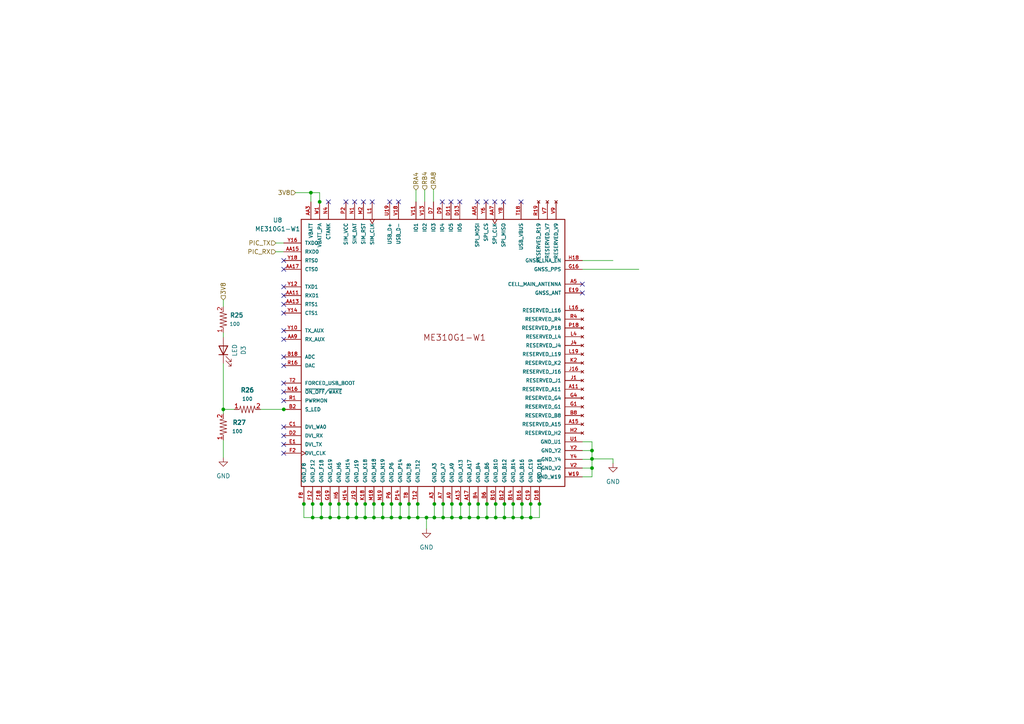
<source format=kicad_sch>
(kicad_sch (version 20230121) (generator eeschema)
  (paper "A4")
  (lib_symbols
    (symbol "Device:LED" (pin_numbers hide) (pin_names (offset 1.016) hide)
      (property "Reference" "D" (at 0 2.54 0))
      (property "Value" "LED" (at 0 -2.54 0))
      (symbol "LED_0_1"
        (polyline (pts (xy -1.27 -1.27) (xy -1.27 1.27)) (stroke (width 0.254)))
        (polyline (pts (xy -1.27 0) (xy 1.27 0)))
        (polyline (pts (xy 1.27 -1.27) (xy 1.27 1.27) (xy -1.27 0) (xy 1.27 -1.27)) (stroke (width 0.254)))
        (polyline (pts (xy -3.048 -0.762) (xy -4.572 -2.286) (xy -3.81 -2.286) (xy -4.572 -2.286) (xy -4.572 -1.524)))
        (polyline (pts (xy -1.778 -0.762) (xy -3.302 -2.286) (xy -2.54 -2.286) (xy -3.302 -2.286) (xy -3.302 -1.524)))
      )
      (symbol "LED_1_1"
        (pin passive line (at -3.81 0 0) (length 2.54) (name "K") (number "1"))
        (pin passive line (at 3.81 0 180) (length 2.54) (name "A") (number "2"))
      )
    )
    (symbol "ME310G1-W1:ME310G1-W1" (pin_names (offset 1.016))
      (property "Reference" "U8" (at -60.198 37.107 0))
      (property "Value" "ME310G1-W1" (at -60.198 34.567 0))
      (symbol "ME310G1-W1_0_0"
        (text "ME310G1-W1" (at -18.034 2.032 0) (effects (font (size 1.778 1.778)) (justify left bottom)))
        (pin no_connect line (at 28.194 -11.938 180) (length 5.08) (name "RESERVED_A11") (number "A11"))
        (pin power_in line (at -7.112 -45.212 90) (length 5.08) (name "GND_A13") (number "A13"))
        (pin no_connect line (at 28.194 -22.098 180) (length 5.08) (name "RESERVED_A15") (number "A15"))
        (pin power_in line (at -4.572 -45.212 90) (length 5.08) (name "GND_A17") (number "A17"))
        (pin power_in line (at -14.732 -45.212 90) (length 5.08) (name "GND_A3") (number "A3"))
        (pin bidirectional line (at 28.194 18.542 180) (length 5.08) (name "CELL_MAIN_ANTENNA") (number "A5"))
        (pin power_in line (at -12.192 -45.212 90) (length 5.08) (name "GND_A7") (number "A7"))
        (pin power_in line (at -9.652 -45.212 90) (length 5.08) (name "GND_A9") (number "A9"))
        (pin output line (at -58.42 15.24 0) (length 5.08) (name "RXD1") (number "AA11"))
        (pin input line (at -58.42 12.7 0) (length 5.08) (name "RTS1") (number "AA13"))
        (pin output line (at -58.42 27.94 0) (length 5.08) (name "RXD0") (number "AA15"))
        (pin output line (at -58.42 22.86 0) (length 5.08) (name "CTS0") (number "AA17"))
        (pin power_in line (at -50.546 42.418 270) (length 5.08) (name "VBATT") (number "AA3"))
        (pin bidirectional line (at -2.286 42.418 270) (length 5.08) (name "SPI_MOSI") (number "AA5"))
        (pin bidirectional clock (at 2.794 42.418 270) (length 5.08) (name "SPI_CLK") (number "AA7"))
        (pin input line (at -58.42 2.54 0) (length 5.08) (name "RX_AUX") (number "AA9"))
        (pin power_in line (at 3.048 -45.212 90) (length 5.08) (name "GND_B10") (number "B10"))
        (pin power_in line (at 5.588 -45.212 90) (length 5.08) (name "GND_B12") (number "B12"))
        (pin power_in line (at 8.128 -45.212 90) (length 5.08) (name "GND_B14") (number "B14"))
        (pin power_in line (at 10.668 -45.212 90) (length 5.08) (name "GND_B16") (number "B16"))
        (pin input line (at -58.42 -2.54 0) (length 5.08) (name "ADC") (number "B18"))
        (pin output line (at -58.42 -17.78 0) (length 5.08) (name "S_LED") (number "B2"))
        (pin power_in line (at -2.032 -45.212 90) (length 5.08) (name "GND_B4") (number "B4"))
        (pin power_in line (at 0.508 -45.212 90) (length 5.08) (name "GND_B6") (number "B6"))
        (pin no_connect line (at 28.194 -19.558 180) (length 5.08) (name "RESERVED_B8") (number "B8"))
        (pin bidirectional line (at -58.42 -22.86 0) (length 5.08) (name "DVI_WA0") (number "C1"))
        (pin power_in line (at 13.208 -45.212 90) (length 5.08) (name "GND_C19") (number "C19"))
        (pin bidirectional line (at -9.906 42.418 270) (length 5.08) (name "IO5") (number "D11"))
        (pin bidirectional line (at -7.366 42.418 270) (length 5.08) (name "IO6") (number "D13"))
        (pin power_in line (at 15.748 -45.212 90) (length 5.08) (name "GND_D18") (number "D18"))
        (pin output line (at -58.42 -25.4 0) (length 5.08) (name "DVI_RX") (number "D2"))
        (pin bidirectional line (at -14.986 42.418 270) (length 5.08) (name "IO3") (number "D7"))
        (pin bidirectional line (at -12.446 42.418 270) (length 5.08) (name "IO4") (number "D9"))
        (pin input line (at -58.42 -27.94 0) (length 5.08) (name "DVI_TX") (number "E1"))
        (pin input line (at 28.194 16.002 180) (length 5.08) (name "GNSS_ANT") (number "E19"))
        (pin power_in line (at -50.038 -45.212 90) (length 5.08) (name "GND_F12") (number "F12"))
        (pin power_in line (at -47.498 -45.212 90) (length 5.08) (name "GND_F18") (number "F18"))
        (pin bidirectional clock (at -58.42 -30.48 0) (length 5.08) (name "DVI_CLK") (number "F2"))
        (pin power_in line (at -52.578 -45.212 90) (length 5.08) (name "GND_F8") (number "F8"))
        (pin no_connect line (at 28.194 -17.018 180) (length 5.08) (name "RESERVED_G1") (number "G1"))
        (pin output line (at 28.194 22.86 180) (length 5.08) (name "GNSS_PPS") (number "G16"))
        (pin power_in line (at -44.958 -45.212 90) (length 5.08) (name "GND_G19") (number "G19"))
        (pin no_connect line (at 28.194 -14.478 180) (length 5.08) (name "RESERVED_G4") (number "G4"))
        (pin power_in line (at -39.878 -45.212 90) (length 5.08) (name "GND_H14") (number "H14"))
        (pin output line (at 28.194 25.4 180) (length 5.08) (name "GNSS_LNA_EN") (number "H18"))
        (pin no_connect line (at 28.194 -24.638 180) (length 5.08) (name "RESERVED_H2") (number "H2"))
        (pin power_in line (at -42.418 -45.212 90) (length 5.08) (name "GND_H6") (number "H6"))
        (pin no_connect line (at 28.194 -9.398 180) (length 5.08) (name "RESERVED_J1") (number "J1"))
        (pin no_connect line (at 28.194 -6.858 180) (length 5.08) (name "RESERVED_J16") (number "J16"))
        (pin power_in line (at -37.338 -45.212 90) (length 5.08) (name "GND_J19") (number "J19"))
        (pin no_connect line (at 28.194 0.762 180) (length 5.08) (name "RESERVED_J4") (number "J4"))
        (pin power_in line (at -34.798 -45.212 90) (length 5.08) (name "GND_K18") (number "K18"))
        (pin no_connect line (at 28.194 -4.318 180) (length 5.08) (name "RESERVED_K2") (number "K2"))
        (pin output clock (at -32.766 42.418 270) (length 5.08) (name "SIM_CLK") (number "L1"))
        (pin no_connect line (at 28.194 10.922 180) (length 5.08) (name "RESERVED_L16") (number "L16"))
        (pin no_connect line (at 28.194 -1.778 180) (length 5.08) (name "RESERVED_L19") (number "L19"))
        (pin no_connect line (at 28.194 3.302 180) (length 5.08) (name "RESERVED_L4") (number "L4"))
        (pin power_in line (at -32.258 -45.212 90) (length 5.08) (name "GND_M18") (number "M18"))
        (pin output line (at -35.306 42.418 270) (length 5.08) (name "SIM_RST") (number "M2"))
        (pin bidirectional line (at -37.846 42.418 270) (length 5.08) (name "SIM_DAT") (number "N1"))
        (pin input line (at -58.42 -12.7 0) (length 5.08) (name "~{ON_OFF}/~{WAKE}") (number "N16"))
        (pin power_in line (at -29.718 -45.212 90) (length 5.08) (name "GND_N19") (number "N19"))
        (pin passive line (at -45.466 42.418 270) (length 5.08) (name "CTANK") (number "N4"))
        (pin power_in line (at -24.638 -45.212 90) (length 5.08) (name "GND_P14") (number "P14"))
        (pin no_connect line (at 28.194 5.842 180) (length 5.08) (name "RESERVED_P18") (number "P18"))
        (pin power_in line (at -40.386 42.418 270) (length 5.08) (name "SIM_VCC") (number "P2"))
        (pin power_in line (at -27.178 -45.212 90) (length 5.08) (name "GND_P6") (number "P6"))
        (pin output line (at -58.42 -15.24 0) (length 5.08) (name "PWRMON") (number "R1"))
        (pin output line (at -58.42 -5.08 0) (length 5.08) (name "DAC") (number "R16"))
        (pin no_connect line (at 15.494 42.418 270) (length 5.08) (name "RESERVED_R19") (number "R19"))
        (pin no_connect line (at 28.194 8.382 180) (length 5.08) (name "RESERVED_R4") (number "R4"))
        (pin power_in line (at -19.558 -45.212 90) (length 5.08) (name "GND_T12") (number "T12"))
        (pin input line (at 10.414 42.418 270) (length 5.08) (name "USB_VBUS") (number "T18"))
        (pin input line (at -58.42 -10.16 0) (length 5.08) (name "FORCED_USB_BOOT") (number "T2"))
        (pin power_in line (at -22.098 -45.212 90) (length 5.08) (name "GND_T8") (number "T8"))
        (pin power_in line (at 28.194 -27.178 180) (length 5.08) (name "GND_U1") (number "U1"))
        (pin bidirectional line (at -27.686 42.418 270) (length 5.08) (name "USB_D+") (number "U19"))
        (pin bidirectional line (at -20.066 42.418 270) (length 5.08) (name "IO1") (number "V11"))
        (pin bidirectional line (at -17.526 42.418 270) (length 5.08) (name "IO2") (number "V13"))
        (pin bidirectional line (at -25.146 42.418 270) (length 5.08) (name "USB_D-") (number "V18"))
        (pin power_in line (at 28.194 -34.798 180) (length 5.08) (name "GND_V2") (number "V2"))
        (pin no_connect line (at 18.034 42.418 270) (length 5.08) (name "RESERVED_V7") (number "V7"))
        (pin no_connect line (at 20.574 42.418 270) (length 5.08) (name "RESERVED_V9") (number "V9"))
        (pin power_in line (at -48.006 42.418 270) (length 5.08) (name "VBATT_PA") (number "W1"))
        (pin power_in line (at 28.194 -37.338 180) (length 5.08) (name "GND_W19") (number "W19"))
        (pin output line (at -58.42 5.08 0) (length 5.08) (name "TX_AUX") (number "Y10"))
        (pin input line (at -58.42 17.78 0) (length 5.08) (name "TXD1") (number "Y12"))
        (pin output line (at -58.42 10.16 0) (length 5.08) (name "CTS1") (number "Y14"))
        (pin input line (at -58.42 30.48 0) (length 5.08) (name "TXD0") (number "Y16"))
        (pin input line (at -58.42 25.4 0) (length 5.08) (name "RTS0") (number "Y18"))
        (pin power_in line (at 28.194 -29.718 180) (length 5.08) (name "GND_Y2") (number "Y2"))
        (pin power_in line (at 28.194 -32.258 180) (length 5.08) (name "GND_Y4") (number "Y4"))
        (pin bidirectional line (at 0.254 42.418 270) (length 5.08) (name "SPI_CS") (number "Y6"))
        (pin bidirectional line (at 5.334 42.418 270) (length 5.08) (name "SPI_MISO") (number "Y8"))
      )
      (symbol "ME310G1-W1_1_0"
        (rectangle (start -53.34 37.338) (end 23.114 -40.132) (stroke (width 0.254)))
      )
    )
    (symbol "Triet_KiCAD_Sym:Res" (pin_names hide)
      (property "Reference" "R" (at 0 4.445 0))
      (property "Value" "100R" (at 0 2.54 0))
      (symbol "Res_0_1"
        (polyline (pts (xy -1.778 0) (xy -2.032 1.016) (xy -2.286 0) (xy -2.54 0) (xy -2.54 0)))
        (polyline (pts (xy -1.27 0) (xy -1.524 -1.016) (xy -1.778 0) (xy -1.778 0) (xy -1.778 0)))
        (polyline (pts (xy -1.27 0) (xy -1.016 1.016) (xy -0.762 0) (xy -0.508 -1.016) (xy -0.254 0)))
        (polyline (pts (xy -0.254 0) (xy 0 1.016) (xy 0.254 0) (xy 0.508 -1.016) (xy 0.762 0)))
        (polyline (pts (xy 0.762 0) (xy 1.016 1.016) (xy 1.27 0) (xy 1.27 0) (xy 1.27 0)))
        (polyline (pts (xy 1.778 0) (xy 1.524 -1.016) (xy 1.27 0) (xy 1.27 0) (xy 1.27 0)))
        (polyline (pts (xy 1.778 0) (xy 2.032 1.016) (xy 2.286 0) (xy 2.54 0) (xy 2.54 0)))
      )
      (symbol "Res_1_1"
        (pin passive line (at -3.81 0 0) (length 1.27) (name "~") (number "1"))
        (pin passive line (at 3.81 0 180) (length 1.27) (name "~") (number "2"))
      )
    )
    (symbol "power:GND" (power) (pin_numbers hide) (pin_names (offset 0) hide)
      (property "Value" "GND" (at 0 -3.81 0))
      (symbol "GND_0_1"
        (polyline (pts (xy 0 0) (xy 0 -1.27) (xy 1.27 -1.27) (xy 0 -2.54) (xy -1.27 -1.27) (xy 0 -1.27)))
      )
      (symbol "GND_1_1"
        (pin power_in line (at 0 0 270) (length 0) hide (name "GND") (number "1"))
      )
    )
  )
  (junction (at 82.296 118.745))
  (junction (at 90.678 146.177))
  (junction (at 171.704 130.683))
  (junction (at 131.064 150.114))
  (junction (at 110.998 150.114))
  (junction (at 136.144 146.177))
  (junction (at 143.764 146.177))
  (junction (at 131.064 146.177))
  (junction (at 118.618 150.114))
  (junction (at 141.224 146.177))
  (junction (at 95.758 146.177))
  (junction (at 146.304 146.177))
  (junction (at 121.158 146.177))
  (junction (at 100.838 146.177))
  (junction (at 98.298 146.177))
  (junction (at 113.538 146.177))
  (junction (at 151.384 150.114))
  (junction (at 108.458 146.177))
  (junction (at 88.138 146.177))
  (junction (at 100.838 150.114))
  (junction (at 105.918 146.177))
  (junction (at 128.524 150.114))
  (junction (at 148.844 150.114))
  (junction (at 90.678 150.114))
  (junction (at 110.998 146.177))
  (junction (at 92.71 58.547))
  (junction (at 125.984 150.114))
  (junction (at 118.618 146.177))
  (junction (at 93.218 146.177))
  (junction (at 153.924 146.177))
  (junction (at 93.218 150.114))
  (junction (at 133.604 150.114))
  (junction (at 138.684 146.177))
  (junction (at 108.458 150.114))
  (junction (at 136.144 150.114))
  (junction (at 146.304 150.114))
  (junction (at 143.764 150.114))
  (junction (at 151.384 146.177))
  (junction (at 171.704 135.763))
  (junction (at 138.684 150.114))
  (junction (at 64.77 118.745))
  (junction (at 90.17 55.88))
  (junction (at 116.078 146.177))
  (junction (at 103.378 146.177))
  (junction (at 156.464 146.177))
  (junction (at 171.704 133.096))
  (junction (at 103.378 150.114))
  (junction (at 121.158 150.114))
  (junction (at 105.918 150.114))
  (junction (at 123.698 150.114))
  (junction (at 113.538 150.114))
  (junction (at 95.758 150.114))
  (junction (at 128.524 146.177))
  (junction (at 133.604 146.177))
  (junction (at 153.924 150.114))
  (junction (at 148.844 146.177))
  (junction (at 141.224 150.114))
  (junction (at 116.078 150.114))
  (junction (at 98.298 150.114))
  (junction (at 125.984 146.177))
  (no_connect (at 82.296 95.885))
  (no_connect (at 133.35 58.547))
  (no_connect (at 138.43 58.547))
  (no_connect (at 143.51 58.547))
  (no_connect (at 82.296 88.265))
  (no_connect (at 82.296 131.445))
  (no_connect (at 82.296 98.425))
  (no_connect (at 82.296 90.805))
  (no_connect (at 146.05 58.547))
  (no_connect (at 82.296 75.565))
  (no_connect (at 82.296 116.205))
  (no_connect (at 140.97 58.547))
  (no_connect (at 100.33 58.547))
  (no_connect (at 82.296 83.185))
  (no_connect (at 82.296 85.725))
  (no_connect (at 95.25 58.547))
  (no_connect (at 107.95 58.547))
  (no_connect (at 113.03 58.547))
  (no_connect (at 115.57 58.547))
  (no_connect (at 130.81 58.547))
  (no_connect (at 82.296 123.825))
  (no_connect (at 168.91 82.423))
  (no_connect (at 102.87 58.547))
  (no_connect (at 82.296 126.365))
  (no_connect (at 168.91 84.963))
  (no_connect (at 82.296 103.505))
  (no_connect (at 82.296 111.125))
  (no_connect (at 128.27 58.547))
  (no_connect (at 82.296 128.905))
  (no_connect (at 82.296 113.665))
  (no_connect (at 82.296 106.045))
  (no_connect (at 82.296 78.105))
  (no_connect (at 105.41 58.547))
  (no_connect (at 151.13 58.547))
  (wire (pts (xy 64.77 127.635) (xy 64.77 132.715)))
  (wire (pts (xy 98.298 150.114) (xy 100.838 150.114)))
  (wire (pts (xy 138.684 150.114) (xy 141.224 150.114)))
  (wire (pts (xy 177.8 134.366) (xy 177.8 133.096)))
  (wire (pts (xy 133.604 150.114) (xy 136.144 150.114)))
  (wire (pts (xy 116.078 146.05) (xy 116.078 146.177)))
  (wire (pts (xy 118.618 150.114) (xy 121.158 150.114)))
  (wire (pts (xy 125.984 146.05) (xy 125.984 146.177)))
  (wire (pts (xy 153.924 150.114) (xy 156.464 150.114)))
  (wire (pts (xy 125.984 150.114) (xy 128.524 150.114)))
  (wire (pts (xy 171.704 128.143) (xy 171.704 130.683)))
  (wire (pts (xy 123.698 150.114) (xy 123.698 153.416)))
  (wire (pts (xy 120.65 55.118) (xy 120.65 58.547)))
  (wire (pts (xy 110.998 146.05) (xy 110.998 146.177)))
  (wire (pts (xy 110.998 150.114) (xy 113.538 150.114)))
  (wire (pts (xy 143.764 150.114) (xy 146.304 150.114)))
  (wire (pts (xy 151.384 146.05) (xy 151.384 146.177)))
  (wire (pts (xy 171.704 130.683) (xy 168.91 130.683)))
  (wire (pts (xy 95.758 150.114) (xy 98.298 150.114)))
  (wire (pts (xy 64.77 86.995) (xy 64.77 88.9)))
  (wire (pts (xy 151.384 150.114) (xy 153.924 150.114)))
  (wire (pts (xy 118.618 146.05) (xy 118.618 146.177)))
  (wire (pts (xy 168.91 135.763) (xy 171.704 135.763)))
  (wire (pts (xy 108.458 146.05) (xy 108.458 146.177)))
  (wire (pts (xy 177.8 133.096) (xy 171.704 133.096)))
  (wire (pts (xy 90.17 55.88) (xy 90.17 58.547)))
  (wire (pts (xy 123.698 150.114) (xy 125.984 150.114)))
  (wire (pts (xy 105.918 146.177) (xy 105.918 150.114)))
  (wire (pts (xy 100.838 146.05) (xy 100.838 146.177)))
  (wire (pts (xy 93.218 150.114) (xy 95.758 150.114)))
  (wire (pts (xy 128.524 146.177) (xy 128.524 150.114)))
  (wire (pts (xy 113.538 146.05) (xy 113.538 146.177)))
  (wire (pts (xy 92.71 55.88) (xy 92.71 58.547)))
  (wire (pts (xy 90.678 146.177) (xy 90.678 150.114)))
  (wire (pts (xy 75.565 118.745) (xy 82.296 118.745)))
  (wire (pts (xy 148.844 146.177) (xy 148.844 150.114)))
  (wire (pts (xy 136.144 146.177) (xy 136.144 150.114)))
  (wire (pts (xy 146.304 150.114) (xy 148.844 150.114)))
  (wire (pts (xy 64.77 118.745) (xy 67.945 118.745)))
  (wire (pts (xy 64.77 96.52) (xy 64.77 97.79)))
  (wire (pts (xy 121.158 150.114) (xy 123.698 150.114)))
  (wire (pts (xy 64.77 118.745) (xy 64.77 120.015)))
  (wire (pts (xy 171.704 130.683) (xy 171.704 133.096)))
  (wire (pts (xy 125.984 146.177) (xy 125.984 150.114)))
  (wire (pts (xy 153.924 146.05) (xy 153.924 146.177)))
  (wire (pts (xy 141.224 146.05) (xy 141.224 146.177)))
  (wire (pts (xy 64.77 105.41) (xy 64.77 118.745)))
  (wire (pts (xy 103.378 150.114) (xy 105.918 150.114)))
  (wire (pts (xy 138.684 146.177) (xy 138.684 150.114)))
  (wire (pts (xy 138.684 146.05) (xy 138.684 146.177)))
  (wire (pts (xy 90.678 150.114) (xy 93.218 150.114)))
  (wire (pts (xy 136.144 150.114) (xy 138.684 150.114)))
  (wire (pts (xy 168.91 128.143) (xy 171.704 128.143)))
  (wire (pts (xy 168.91 138.303) (xy 171.704 138.303)))
  (wire (pts (xy 168.91 75.565) (xy 177.8 75.565)))
  (wire (pts (xy 128.524 150.114) (xy 131.064 150.114)))
  (wire (pts (xy 113.538 146.177) (xy 113.538 150.114)))
  (wire (pts (xy 151.384 146.177) (xy 151.384 150.114)))
  (wire (pts (xy 95.758 146.05) (xy 95.758 146.177)))
  (wire (pts (xy 148.844 150.114) (xy 151.384 150.114)))
  (wire (pts (xy 131.064 146.177) (xy 131.064 150.114)))
  (wire (pts (xy 168.91 78.105) (xy 185.293 78.105)))
  (wire (pts (xy 156.464 146.177) (xy 156.464 150.114)))
  (wire (pts (xy 121.158 146.177) (xy 121.158 150.114)))
  (wire (pts (xy 118.618 146.177) (xy 118.618 150.114)))
  (wire (pts (xy 123.19 55.118) (xy 123.19 58.547)))
  (wire (pts (xy 121.158 146.05) (xy 121.158 146.177)))
  (wire (pts (xy 85.725 55.88) (xy 90.17 55.88)))
  (wire (pts (xy 80.01 73.025) (xy 82.296 73.025)))
  (wire (pts (xy 143.764 146.177) (xy 143.764 150.114)))
  (wire (pts (xy 108.458 146.177) (xy 108.458 150.114)))
  (wire (pts (xy 113.538 150.114) (xy 116.078 150.114)))
  (wire (pts (xy 103.378 146.177) (xy 103.378 150.114)))
  (wire (pts (xy 108.458 150.114) (xy 110.998 150.114)))
  (wire (pts (xy 88.138 146.177) (xy 88.138 150.114)))
  (wire (pts (xy 131.064 150.114) (xy 133.604 150.114)))
  (wire (pts (xy 133.604 146.05) (xy 133.604 146.177)))
  (wire (pts (xy 116.078 150.114) (xy 118.618 150.114)))
  (wire (pts (xy 136.144 146.05) (xy 136.144 146.177)))
  (wire (pts (xy 171.704 135.763) (xy 171.704 138.303)))
  (wire (pts (xy 153.924 146.177) (xy 153.924 150.114)))
  (wire (pts (xy 90.17 55.88) (xy 92.71 55.88)))
  (wire (pts (xy 93.218 146.177) (xy 93.218 150.114)))
  (wire (pts (xy 93.218 146.05) (xy 93.218 146.177)))
  (wire (pts (xy 105.918 146.05) (xy 105.918 146.177)))
  (wire (pts (xy 156.464 146.05) (xy 156.464 146.177)))
  (wire (pts (xy 98.298 146.177) (xy 98.298 150.114)))
  (wire (pts (xy 141.224 150.114) (xy 143.764 150.114)))
  (wire (pts (xy 148.844 146.05) (xy 148.844 146.177)))
  (wire (pts (xy 80.01 70.485) (xy 82.296 70.485)))
  (wire (pts (xy 100.838 146.177) (xy 100.838 150.114)))
  (wire (pts (xy 98.298 146.05) (xy 98.298 146.177)))
  (wire (pts (xy 92.71 58.547) (xy 92.71 58.674)))
  (wire (pts (xy 146.304 146.177) (xy 146.304 150.114)))
  (wire (pts (xy 125.73 54.991) (xy 125.73 58.547)))
  (wire (pts (xy 95.758 146.177) (xy 95.758 150.114)))
  (wire (pts (xy 88.138 146.05) (xy 88.138 146.177)))
  (wire (pts (xy 88.138 150.114) (xy 90.678 150.114)))
  (wire (pts (xy 168.91 133.223) (xy 171.704 133.223)))
  (wire (pts (xy 103.378 146.05) (xy 103.378 146.177)))
  (wire (pts (xy 116.078 146.177) (xy 116.078 150.114)))
  (wire (pts (xy 110.998 146.177) (xy 110.998 150.114)))
  (wire (pts (xy 128.524 146.05) (xy 128.524 146.177)))
  (wire (pts (xy 146.304 146.05) (xy 146.304 146.177)))
  (wire (pts (xy 171.704 133.096) (xy 171.704 135.763)))
  (wire (pts (xy 143.764 146.05) (xy 143.764 146.177)))
  (wire (pts (xy 90.678 146.05) (xy 90.678 146.177)))
  (wire (pts (xy 82.296 118.745) (xy 82.55 118.745)))
  (wire (pts (xy 105.918 150.114) (xy 108.458 150.114)))
  (wire (pts (xy 100.838 150.114) (xy 103.378 150.114)))
  (wire (pts (xy 131.064 146.05) (xy 131.064 146.177)))
  (wire (pts (xy 141.224 146.177) (xy 141.224 150.114)))
  (wire (pts (xy 133.604 146.177) (xy 133.604 150.114)))
  (hierarchical_label "RA8" (shape input) (at 125.73 54.991 90))
  (hierarchical_label "3V8" (shape input) (at 85.725 55.88 180))
  (hierarchical_label "3V8" (shape input) (at 64.77 86.995 90))
  (hierarchical_label "PIC_RX" (shape input) (at 80.01 73.025 180))
  (hierarchical_label "RB4" (shape input) (at 123.19 55.118 90))
  (hierarchical_label "PIC_TX" (shape input) (at 80.01 70.485 180))
  (hierarchical_label "RA4" (shape input) (at 120.65 55.118 90))
  (symbol (lib_id "Triet_KiCAD_Sym:Res") (at 64.77 92.71 90) (unit 1)
    (property "Reference" "R25" (at 66.548 91.4399 90) (effects (font bold) (justify right)))
    (property "Value" "100" (at 66.548 93.98 90) (effects (font (size 1.016 1.016)) (justify right)))
  )
  (symbol (lib_id "Triet_KiCAD_Sym:Res") (at 64.77 123.825 90) (unit 1)
    (property "Reference" "R27" (at 67.31 122.5549 90) (effects (font bold) (justify right)))
    (property "Value" "100" (at 67.31 125.095 90) (effects (font (size 1.016 1.016)) (justify right)))
  )
  (symbol (lib_id "power:GND") (at 177.8 134.366 0) (unit 1)
    (property "Reference" "#PWR043" (effects hide))
    (property "Value" "GND" (at 177.8 139.7 0))
  )
  (symbol (lib_id "power:GND") (at 64.77 132.715 0) (unit 1)
    (property "Reference" "#PWR042" (effects hide))
    (property "Value" "GND" (at 64.77 138.049 0))
  )
  (symbol (lib_id "Triet_KiCAD_Sym:Res") (at 71.755 118.745 0) (unit 1)
    (property "Reference" "R26" (at 71.755 113.157 0) (effects (font bold)))
    (property "Value" "100" (at 71.755 115.697 0) (effects (font (size 1.016 1.016))))
  )
  (symbol (lib_id "Device:LED") (at 64.77 101.6 90) (unit 1)
    (property "Reference" "D3" (at 70.612 101.6 0))
    (property "Value" "LED" (at 68.072 101.6 0))
  )
  (symbol (lib_id "power:GND") (at 123.698 153.416 0) (unit 1)
    (property "Reference" "#PWR041" (effects hide))
    (property "Value" "GND" (at 123.698 158.75 0))
  )
  (symbol (lib_id "ME310G1-W1:ME310G1-W1") (at 140.716 100.965 0) (unit 1)
    (property "Reference" "U8" (at 80.518 63.858 0))
    (property "Value" "ME310G1-W1" (at 80.518 66.398 0))
    (property "Description" "\nLTE-M NB-IoT module Global variant\n" (effects hide))
  )
)
</source>
